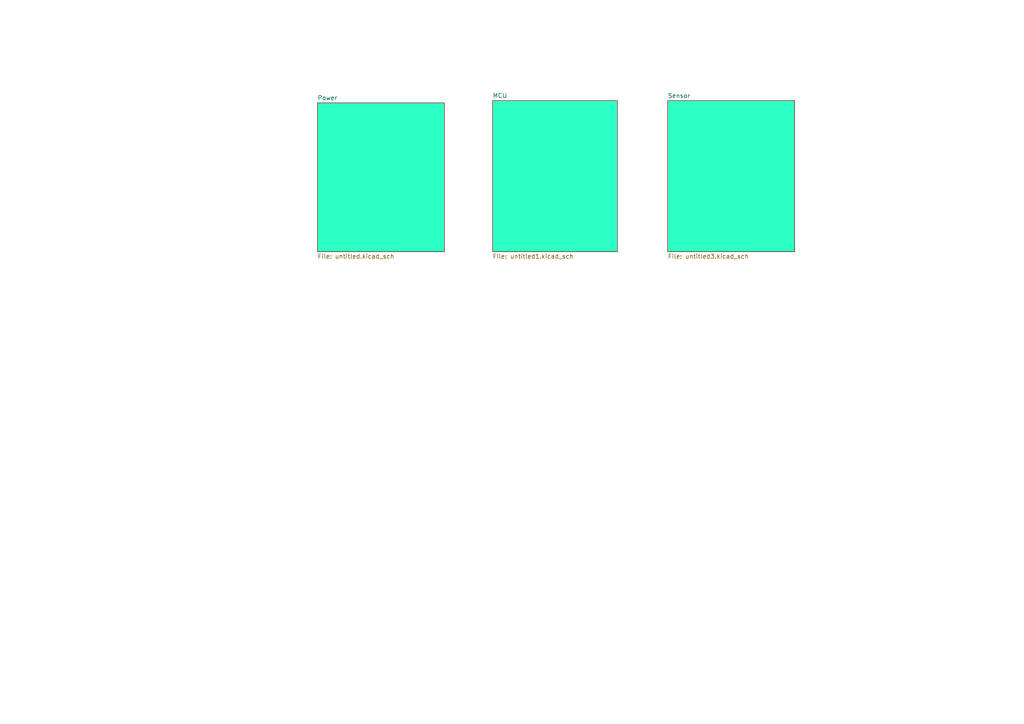
<source format=kicad_sch>
(kicad_sch (version 20230121) (generator eeschema)
  (paper "A4")
  (lib_symbols)
  (sheet (at 92.075 29.845) (size 36.83 43.18) (stroke (width 0.1524)) (fill (color 43 255 195 1.0000))
    (property "Sheetname" "Power" (at 92.075 29.1334 0) (effects (justify left bottom)))
    (property "Sheetfile" "untitled.kicad_sch" (at 92.075 73.6096 0) (effects (justify left top)))
  )
  (sheet (at 142.875 29.21) (size 36.195 43.815) (stroke (width 0.1524)) (fill (color 43 255 195 1.0000))
    (property "Sheetname" "MCU" (at 142.875 28.4984 0) (effects (justify left bottom)))
    (property "Sheetfile" "untitled1.kicad_sch" (at 142.875 73.6096 0) (effects (justify left top)))
  )
  (sheet (at 193.675 29.21) (size 36.83 43.815) (stroke (width 0.1524)) (fill (color 43 255 195 1.0000))
    (property "Sheetname" "Sensor" (at 193.675 28.4984 0) (effects (justify left bottom)))
    (property "Sheetfile" "untitled3.kicad_sch" (at 193.675 73.6096 0) (effects (justify left top)))
  )
)
</source>
